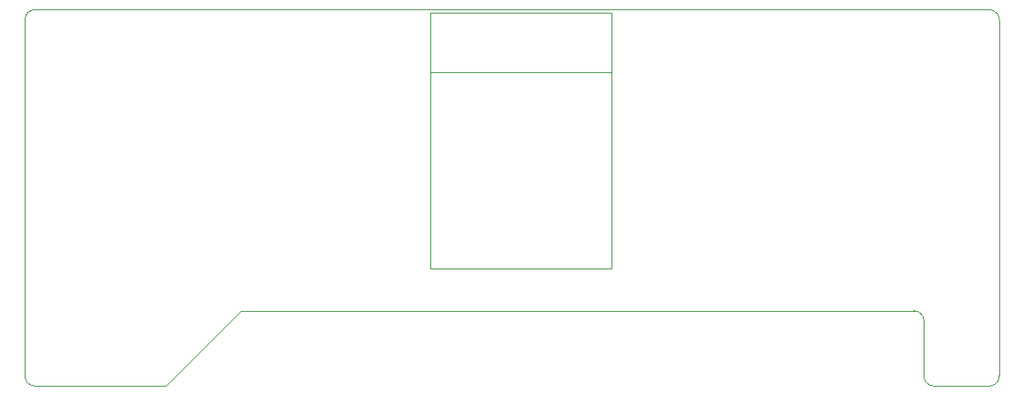
<source format=gm1>
G04 #@! TF.GenerationSoftware,KiCad,Pcbnew,9.0.0*
G04 #@! TF.CreationDate,2025-04-15T23:50:37+02:00*
G04 #@! TF.ProjectId,SUMEC_MK_V,53554d45-435f-44d4-9b5f-562e6b696361,v2.1.1*
G04 #@! TF.SameCoordinates,Original*
G04 #@! TF.FileFunction,Profile,NP*
%FSLAX46Y46*%
G04 Gerber Fmt 4.6, Leading zero omitted, Abs format (unit mm)*
G04 Created by KiCad (PCBNEW 9.0.0) date 2025-04-15 23:50:37*
%MOMM*%
%LPD*%
G01*
G04 APERTURE LIST*
G04 #@! TA.AperFunction,Profile*
%ADD10C,0.100000*%
G04 #@! TD*
%ADD11C,0.120000*%
G04 APERTURE END LIST*
D10*
X171750000Y-80000000D02*
X171750000Y-85500000D01*
X82250000Y-50000000D02*
G75*
G02*
X83250000Y-49000000I1000000J0D01*
G01*
X172750000Y-86500000D02*
X178250000Y-86500000D01*
X179250000Y-85500000D02*
X179250000Y-79000000D01*
X83250000Y-86500000D02*
G75*
G02*
X82250000Y-85500000I0J1000000D01*
G01*
X172750000Y-86500000D02*
G75*
G02*
X171750000Y-85500000I0J1000000D01*
G01*
X179250000Y-85500000D02*
G75*
G02*
X178250000Y-86500000I-1000000J0D01*
G01*
X83250000Y-49000000D02*
X178250000Y-49000000D01*
X82250000Y-75250000D02*
X82250000Y-85500000D01*
X178250000Y-49000000D02*
G75*
G02*
X179250000Y-50000000I0J-1000000D01*
G01*
X170750000Y-79000000D02*
G75*
G02*
X171750000Y-80000000I0J-1000000D01*
G01*
X170750000Y-79000000D02*
X103750000Y-79000000D01*
X96250000Y-86500000D02*
X103750000Y-79000000D01*
X179250000Y-50000000D02*
X179250000Y-79000000D01*
X83250000Y-86500000D02*
X96250000Y-86500000D01*
X82250000Y-75250000D02*
X82250000Y-50000000D01*
D11*
X122650000Y-49290000D02*
X140650000Y-49290000D01*
X122650000Y-55230000D02*
X140650000Y-55230000D01*
X122650000Y-74790000D02*
X122650000Y-49290000D01*
X140650000Y-49290000D02*
X140650000Y-74790000D01*
X140650000Y-74790000D02*
X122650000Y-74790000D01*
M02*

</source>
